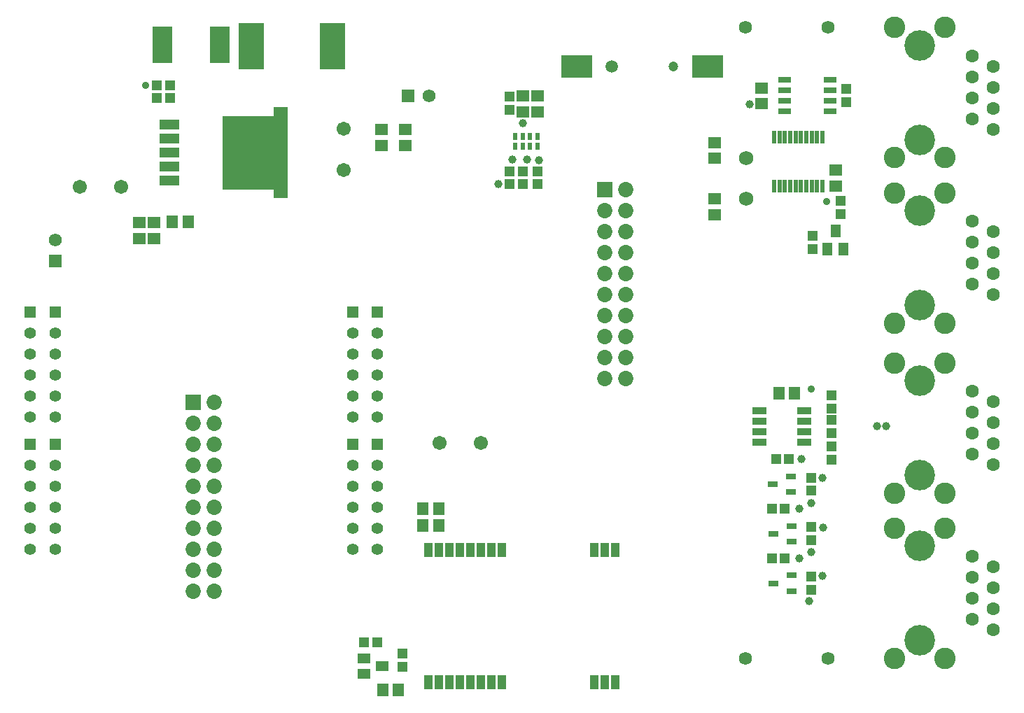
<source format=gts>
G04*
G04 #@! TF.GenerationSoftware,Altium Limited,Altium Designer,24.5.2 (23)*
G04*
G04 Layer_Color=8388736*
%FSLAX25Y25*%
%MOIN*%
G70*
G04*
G04 #@! TF.SameCoordinates,BBB7617A-DA1A-4C19-9726-6272869F5A44*
G04*
G04*
G04 #@! TF.FilePolarity,Negative*
G04*
G01*
G75*
%ADD32R,0.09304X0.05013*%
%ADD33R,0.04737X0.06312*%
%ADD34R,0.06312X0.04737*%
%ADD35R,0.03950X0.06706*%
%ADD36R,0.14973X0.11036*%
%ADD37R,0.01972X0.05909*%
%ADD38R,0.02368X0.03550*%
%ADD39R,0.04816X0.04501*%
%ADD40R,0.05918X0.05524*%
%ADD41R,0.05524X0.05918*%
%ADD42R,0.04501X0.04816*%
%ADD43R,0.12217X0.22060*%
%ADD44R,0.09461X0.17729*%
%ADD45R,0.04934X0.03162*%
%ADD46R,0.06816X0.03359*%
%ADD47R,0.05918X0.03162*%
%ADD48C,0.06312*%
%ADD49C,0.14580*%
%ADD50C,0.10249*%
%ADD51C,0.06706*%
%ADD52C,0.05918*%
%ADD53C,0.04737*%
%ADD54R,0.07296X0.07296*%
%ADD55C,0.07296*%
%ADD56C,0.06194*%
%ADD57R,0.06194X0.06194*%
%ADD58R,0.06194X0.06194*%
%ADD59C,0.05603*%
%ADD60R,0.05603X0.05603*%
%ADD61C,0.06237*%
%ADD62C,0.06800*%
%ADD63C,0.03950*%
%ADD64C,0.03556*%
G36*
X153668Y283868D02*
X153687Y283865D01*
X154010D01*
Y283542D01*
X154014Y283523D01*
X154017Y283471D01*
Y240951D01*
X154014Y240899D01*
X154010Y240880D01*
Y240558D01*
X153687D01*
X153668Y240554D01*
X153616Y240550D01*
X147829D01*
X147776Y240554D01*
X147758Y240558D01*
X147435D01*
Y240880D01*
X147431Y240899D01*
X147428Y240951D01*
Y244684D01*
X123419D01*
X123367Y244688D01*
X123348Y244691D01*
X123026D01*
Y245014D01*
X123022Y245033D01*
X123018Y245085D01*
Y279337D01*
X123022Y279389D01*
X123026Y279408D01*
Y279731D01*
X123348D01*
X123367Y279734D01*
X123419Y279738D01*
X147428D01*
Y283471D01*
X147431Y283523D01*
X147435Y283542D01*
Y283865D01*
X147758D01*
X147776Y283868D01*
X147829Y283872D01*
X153616D01*
X153668Y283868D01*
D02*
G37*
D32*
X97829Y248825D02*
D03*
Y255518D02*
D03*
Y262211D02*
D03*
Y268904D02*
D03*
Y275597D02*
D03*
D33*
X411221Y216138D02*
D03*
X418701D02*
D03*
X414961Y224799D02*
D03*
D34*
X190551Y21457D02*
D03*
Y13976D02*
D03*
X199213Y17717D02*
D03*
D35*
X251220Y72835D02*
D03*
X246220D02*
D03*
X241220D02*
D03*
X236221D02*
D03*
X231221D02*
D03*
X226220D02*
D03*
X221220D02*
D03*
X256221D02*
D03*
X226220Y9843D02*
D03*
X231221D02*
D03*
X236221D02*
D03*
X241220D02*
D03*
X246220D02*
D03*
X251220D02*
D03*
X256221D02*
D03*
X221220D02*
D03*
X300197Y72835D02*
D03*
X305197D02*
D03*
X310197D02*
D03*
X300197Y9843D02*
D03*
X305197D02*
D03*
X310197D02*
D03*
D36*
X291752Y303150D02*
D03*
X353917D02*
D03*
D37*
X385729Y246440D02*
D03*
X388287D02*
D03*
X390847D02*
D03*
X393406D02*
D03*
X395965D02*
D03*
X398524D02*
D03*
X401083D02*
D03*
X403642D02*
D03*
X406201D02*
D03*
X408760D02*
D03*
X385729Y269668D02*
D03*
X388287D02*
D03*
X390847D02*
D03*
X393406D02*
D03*
X395965D02*
D03*
X398524D02*
D03*
X401083D02*
D03*
X403642D02*
D03*
X406201D02*
D03*
X408760D02*
D03*
D38*
X262402Y270079D02*
D03*
X265945D02*
D03*
X269488D02*
D03*
X273031D02*
D03*
Y265354D02*
D03*
X269488D02*
D03*
X265945D02*
D03*
X262402D02*
D03*
D39*
X259693Y282659D02*
D03*
Y288880D02*
D03*
Y247195D02*
D03*
Y253415D02*
D03*
X266071Y247195D02*
D03*
Y253415D02*
D03*
X273012Y247195D02*
D03*
Y253415D02*
D03*
X208895Y23586D02*
D03*
Y17365D02*
D03*
X413175Y146632D02*
D03*
Y140412D02*
D03*
Y128595D02*
D03*
Y134815D02*
D03*
X404228Y222481D02*
D03*
Y216261D02*
D03*
X417323Y239331D02*
D03*
Y233110D02*
D03*
X420130Y292480D02*
D03*
Y286260D02*
D03*
X413175Y115984D02*
D03*
Y122205D02*
D03*
X403543Y77598D02*
D03*
Y83819D02*
D03*
Y53976D02*
D03*
Y60197D02*
D03*
Y101221D02*
D03*
Y107441D02*
D03*
D40*
X273012Y281792D02*
D03*
Y289272D02*
D03*
X266071Y281792D02*
D03*
Y289272D02*
D03*
X210195Y265748D02*
D03*
Y273228D02*
D03*
X198771Y265748D02*
D03*
Y273228D02*
D03*
X90448Y221405D02*
D03*
Y228886D02*
D03*
X83261Y221405D02*
D03*
Y228886D02*
D03*
X414961Y246440D02*
D03*
Y253920D02*
D03*
X357465Y259558D02*
D03*
Y267038D02*
D03*
Y240268D02*
D03*
Y232787D02*
D03*
X379910Y285630D02*
D03*
Y293110D02*
D03*
D41*
X218465Y84646D02*
D03*
X225945D02*
D03*
X218465Y92520D02*
D03*
X225945D02*
D03*
X206754Y6344D02*
D03*
X199274D02*
D03*
X106696Y229188D02*
D03*
X99215D02*
D03*
X395472Y147638D02*
D03*
X387992D02*
D03*
D42*
X196725Y28799D02*
D03*
X190504D02*
D03*
X91845Y288430D02*
D03*
X98066D02*
D03*
X98066Y294335D02*
D03*
X91845D02*
D03*
X386653Y116142D02*
D03*
X392874D02*
D03*
X390905Y92520D02*
D03*
X384685D02*
D03*
X390905Y68898D02*
D03*
X384685D02*
D03*
D43*
X175575Y313072D02*
D03*
X136599D02*
D03*
D44*
X121885Y313677D02*
D03*
X94325D02*
D03*
D45*
X385433Y80709D02*
D03*
X394094Y84449D02*
D03*
Y76968D02*
D03*
X393898Y100591D02*
D03*
Y108071D02*
D03*
X385236Y104331D02*
D03*
X394094Y53347D02*
D03*
Y60827D02*
D03*
X385433Y57087D02*
D03*
D46*
X378894Y139205D02*
D03*
Y134205D02*
D03*
Y129205D02*
D03*
Y124205D02*
D03*
X400240D02*
D03*
Y129205D02*
D03*
Y134205D02*
D03*
Y139205D02*
D03*
D47*
X390748Y296870D02*
D03*
Y291870D02*
D03*
Y286870D02*
D03*
Y281870D02*
D03*
X412402Y296870D02*
D03*
Y291870D02*
D03*
Y286870D02*
D03*
Y281870D02*
D03*
D48*
X479941Y288347D02*
D03*
X489941Y293347D02*
D03*
Y283347D02*
D03*
X479941Y298346D02*
D03*
Y278346D02*
D03*
X489941Y303346D02*
D03*
Y273346D02*
D03*
X479941Y308347D02*
D03*
Y209567D02*
D03*
X489941Y214567D02*
D03*
Y204567D02*
D03*
X479941Y219567D02*
D03*
Y199567D02*
D03*
X489941Y224567D02*
D03*
Y194567D02*
D03*
X479941Y229567D02*
D03*
Y128543D02*
D03*
X489941Y133543D02*
D03*
Y123543D02*
D03*
X479941Y138543D02*
D03*
Y118543D02*
D03*
X489941Y143543D02*
D03*
Y113543D02*
D03*
X479941Y148543D02*
D03*
Y49803D02*
D03*
X489941Y54803D02*
D03*
Y44803D02*
D03*
X479941Y59803D02*
D03*
Y39803D02*
D03*
X489941Y64803D02*
D03*
Y34803D02*
D03*
X479941Y69803D02*
D03*
D49*
X454941Y268347D02*
D03*
Y313347D02*
D03*
Y189567D02*
D03*
Y234567D02*
D03*
Y108543D02*
D03*
Y153543D02*
D03*
Y29803D02*
D03*
Y74803D02*
D03*
D50*
X466949Y259842D02*
D03*
Y321850D02*
D03*
X442933Y259842D02*
D03*
Y321850D02*
D03*
X466949Y181063D02*
D03*
Y243071D02*
D03*
X442933Y181063D02*
D03*
Y243071D02*
D03*
X466949Y100039D02*
D03*
Y162047D02*
D03*
X442933Y100039D02*
D03*
Y162047D02*
D03*
X466949Y21299D02*
D03*
Y83307D02*
D03*
X442933Y21299D02*
D03*
Y83307D02*
D03*
D51*
X246024Y124016D02*
D03*
X226339D02*
D03*
X180732Y253937D02*
D03*
Y273622D02*
D03*
X55118Y246063D02*
D03*
X74803D02*
D03*
D52*
X308287Y303150D02*
D03*
D53*
X337776D02*
D03*
D54*
X109173Y143425D02*
D03*
X304961Y244724D02*
D03*
D55*
X119173Y143425D02*
D03*
X109173Y133425D02*
D03*
X119173D02*
D03*
X109173Y123425D02*
D03*
X119173D02*
D03*
X109173Y113425D02*
D03*
X119173D02*
D03*
X109173Y103425D02*
D03*
X119173D02*
D03*
X109173Y93425D02*
D03*
X119173D02*
D03*
X109173Y83425D02*
D03*
X119173D02*
D03*
X109173Y73425D02*
D03*
X119173D02*
D03*
X109173Y63425D02*
D03*
X119173D02*
D03*
X109173Y53425D02*
D03*
X119173D02*
D03*
X314961Y244724D02*
D03*
X304961Y234724D02*
D03*
X314961D02*
D03*
X304961Y224724D02*
D03*
X314961D02*
D03*
X304961Y214724D02*
D03*
X314961D02*
D03*
X304961Y204724D02*
D03*
X314961D02*
D03*
X304961Y194724D02*
D03*
X314961D02*
D03*
X304961Y184724D02*
D03*
X314961D02*
D03*
X304961Y174724D02*
D03*
X314961D02*
D03*
X304961Y164724D02*
D03*
X314961D02*
D03*
X304961Y154724D02*
D03*
X314961D02*
D03*
D56*
X43307Y220630D02*
D03*
X221535Y289370D02*
D03*
D57*
X43307Y210630D02*
D03*
D58*
X211535Y289370D02*
D03*
D59*
X196850Y73425D02*
D03*
Y83425D02*
D03*
Y93425D02*
D03*
Y103425D02*
D03*
Y113425D02*
D03*
Y136417D02*
D03*
Y146417D02*
D03*
Y156417D02*
D03*
Y166417D02*
D03*
Y176417D02*
D03*
X185039Y136417D02*
D03*
Y146417D02*
D03*
Y156417D02*
D03*
Y166417D02*
D03*
Y176417D02*
D03*
Y73425D02*
D03*
Y83425D02*
D03*
Y93425D02*
D03*
Y103425D02*
D03*
Y113425D02*
D03*
X43307Y73425D02*
D03*
Y83425D02*
D03*
Y93425D02*
D03*
Y103425D02*
D03*
Y113425D02*
D03*
X43307Y136417D02*
D03*
Y146417D02*
D03*
Y156417D02*
D03*
Y166417D02*
D03*
Y176417D02*
D03*
X31496Y136417D02*
D03*
Y146417D02*
D03*
Y156417D02*
D03*
Y166417D02*
D03*
Y176417D02*
D03*
Y73425D02*
D03*
Y83425D02*
D03*
Y93425D02*
D03*
Y103425D02*
D03*
Y113425D02*
D03*
D60*
X196850Y123425D02*
D03*
Y186417D02*
D03*
X185039D02*
D03*
Y123425D02*
D03*
X43307D02*
D03*
X43307Y186417D02*
D03*
X31496D02*
D03*
Y123425D02*
D03*
D61*
X372047Y21299D02*
D03*
X411417D02*
D03*
X372047Y321850D02*
D03*
X411417D02*
D03*
D62*
X372343Y259590D02*
D03*
Y240377D02*
D03*
D63*
X438976Y131890D02*
D03*
X434827D02*
D03*
X398895Y116278D02*
D03*
X408756Y60460D02*
D03*
X402571Y48588D02*
D03*
X273594Y258561D02*
D03*
X254264Y247162D02*
D03*
X268116Y259071D02*
D03*
X408854Y107359D02*
D03*
X403555Y95362D02*
D03*
X408987Y83759D02*
D03*
X403543Y71798D02*
D03*
X266175Y276193D02*
D03*
X261248Y259071D02*
D03*
X397638Y68898D02*
D03*
Y92520D02*
D03*
X374016Y285433D02*
D03*
D64*
X86509Y294242D02*
D03*
X410754Y238872D02*
D03*
X403503Y149773D02*
D03*
M02*

</source>
